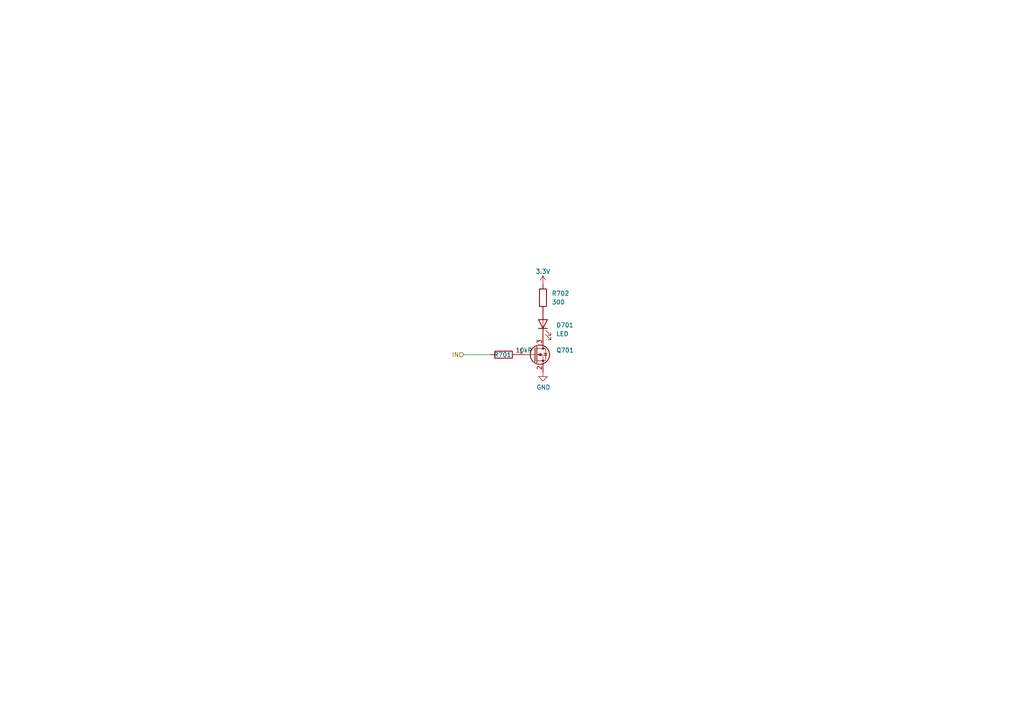
<source format=kicad_sch>
(kicad_sch (version 20250114) (generator "eeschema") (generator_version "9.0")
  (paper "A4")
  (lib_symbols
    (symbol "Device:LED" (pin_numbers (hide yes)) (pin_names (offset 1.016) (hide yes))
      (property "Reference" "D" (at 0 2.54 0))
      (property "Value" "LED" (at 0 -2.54 0))
      (symbol "LED_0_1"
        (polyline (pts (xy -3.048 -0.762) (xy -4.572 -2.286) (xy -3.81 -2.286) (xy -4.572 -2.286) (xy -4.572 -1.524)))
        (polyline (pts (xy -1.778 -0.762) (xy -3.302 -2.286) (xy -2.54 -2.286) (xy -3.302 -2.286) (xy -3.302 -1.524)))
        (polyline (pts (xy -1.27 0) (xy 1.27 0)))
        (polyline (pts (xy -1.27 -1.27) (xy -1.27 1.27)) (stroke (width 0.254)))
        (polyline (pts (xy 1.27 -1.27) (xy 1.27 1.27) (xy -1.27 0) (xy 1.27 -1.27)) (stroke (width 0.254)))
      )
      (symbol "LED_1_1"
        (pin passive line (at -3.81 0 0) (length 2.54) (name "K") (number "1"))
        (pin passive line (at 3.81 0 180) (length 2.54) (name "A") (number "2"))
      )
    )
    (symbol "Device:Q_NMOS_Depletion_GSD" (pin_names (offset 0) (hide yes))
      (property "Reference" "Q" (at 5.08 1.905 0))
      (property "Value" "Q_NMOS_Depletion_GSD" (at 5.08 0 0))
      (symbol "Q_NMOS_Depletion_GSD_0_1"
        (polyline (pts (xy 0.254 1.905) (xy 0.254 -1.905)) (stroke (width 0.254)))
        (polyline (pts (xy 0.254 0) (xy -2.54 0)))
        (polyline (pts (xy 0.762 2.286) (xy 0.762 -2.286)) (stroke (width 0.254)))
        (polyline (pts (xy 0.762 -1.778) (xy 3.302 -1.778) (xy 3.302 1.778) (xy 0.762 1.778)))
        (polyline (pts (xy 1.016 0) (xy 2.032 0.381) (xy 2.032 -0.381) (xy 1.016 0)) (fill (type outline)))
        (circle (center 1.651 0) (radius 2.794) (stroke (width 0.254)))
        (polyline (pts (xy 2.54 2.54) (xy 2.54 1.778)))
        (circle (center 2.54 1.778) (radius 0.254) (fill (type outline)))
        (circle (center 2.54 -1.778) (radius 0.254) (fill (type outline)))
        (polyline (pts (xy 2.54 -2.54) (xy 2.54 0) (xy 0.762 0)))
        (polyline (pts (xy 2.794 0.508) (xy 2.921 0.381) (xy 3.683 0.381) (xy 3.81 0.254)))
        (polyline (pts (xy 3.302 0.381) (xy 2.921 -0.254) (xy 3.683 -0.254) (xy 3.302 0.381)))
      )
      (symbol "Q_NMOS_Depletion_GSD_1_1"
        (pin input line (at -5.08 0 0) (length 2.54) (name "G") (number "1"))
        (pin passive line (at 2.54 5.08 270) (length 2.54) (name "D") (number "3"))
        (pin passive line (at 2.54 -5.08 90) (length 2.54) (name "S") (number "2"))
      )
    )
    (symbol "Device:R" (pin_numbers (hide yes)) (pin_names (offset 0))
      (property "Reference" "R" (at 2.032 0 90))
      (property "Value" "R" (at 0 0 90))
      (symbol "R_0_1"
        (rectangle (start -1.016 -2.54) (end 1.016 2.54) (stroke (width 0.254)))
      )
      (symbol "R_1_1"
        (pin passive line (at 0 3.81 270) (length 1.27) (name "~") (number "1"))
        (pin passive line (at 0 -3.81 90) (length 1.27) (name "~") (number "2"))
      )
    )
    (symbol "power:+3V3" (power) (pin_names (offset 0))
      (property "Value" "+3V3" (at 0 3.556 0))
      (symbol "+3V3_0_1"
        (polyline (pts (xy -0.762 1.27) (xy 0 2.54)))
        (polyline (pts (xy 0 2.54) (xy 0.762 1.27)))
        (polyline (pts (xy 0 0) (xy 0 2.54)))
      )
      (symbol "+3V3_1_1"
        (pin power_in line (at 0 0 90) (length 0) (hide yes) (name "+3V3") (number "1"))
      )
    )
    (symbol "power:GND" (power) (pin_numbers (hide yes)) (pin_names (offset 0) (hide yes))
      (property "Value" "GND" (at 0 -3.81 0))
      (symbol "GND_0_1"
        (polyline (pts (xy 0 0) (xy 0 -1.27) (xy 1.27 -1.27) (xy 0 -2.54) (xy -1.27 -1.27) (xy 0 -1.27)))
      )
      (symbol "GND_1_1"
        (pin power_in line (at 0 0 270) (length 0) (name "~") (number "1"))
      )
    )
  )
  (wire (pts (xy 134.62 102.87) (xy 142.24 102.87)))
  (hierarchical_label "IN" (shape input) (at 134.62 102.87 180))
  (symbol (lib_id "Device:R") (at 146.05 102.87 90) (unit 1)
    (property "Reference" "R601" (at 148.336 102.87 90) (effects (justify left)))
    (property "Value" "10kR" (at 154.432 101.6 90) (effects (justify left)))
    (property "Footprint" "Resistor_SMD:R_0603_1608Metric" (effects (hide yes)))
    (property "Description" "Resistor" (effects (hide yes)))
    (property "LCSC" "C22787" (effects (hide yes)))
    (instances (project "awg1" (path "" (reference "R701") (unit 1)) (path "" (reference "R601") (unit 1)) (path "" (reference "R1301") (unit 1)) (path "" (reference "R901") (unit 1)) (path "" (reference "R1101") (unit 1)) (path "" (reference "R801") (unit 1)) (path "" (reference "R1001") (unit 1)) (path "" (reference "R1201") (unit 1))))
  )
  (symbol (lib_id "power:GND") (at 157.48 107.95 0) (unit 1)
    (property "Reference" "#PWR0602" (effects (hide yes)))
    (property "Value" "GND" (at 157.607 112.3442 0))
    (instances (project "awg1" (path "" (reference "#PWR0702") (unit 1)) (path "" (reference "#PWR0602") (unit 1)) (path "" (reference "#PWR01302") (unit 1)) (path "" (reference "#PWR0902") (unit 1)) (path "" (reference "#PWR01102") (unit 1)) (path "" (reference "#PWR0802") (unit 1)) (path "" (reference "#PWR01002") (unit 1)) (path "" (reference "#PWR01202") (unit 1))))
  )
  (symbol (lib_id "Device:R") (at 157.48 86.36 0) (unit 1)
    (property "Reference" "R602" (at 160.02 85.09 0) (effects (justify left)))
    (property "Value" "300" (at 160.02 87.63 0) (effects (justify left)))
    (property "Footprint" "Resistor_SMD:R_0603_1608Metric_Pad0.98x0.95mm_HandSolder" (effects (hide yes)))
    (instances (project "awg1" (path "" (reference "R702") (unit 1)) (path "" (reference "R602") (unit 1)) (path "" (reference "R1302") (unit 1)) (path "" (reference "R902") (unit 1)) (path "" (reference "R1102") (unit 1)) (path "" (reference "R802") (unit 1)) (path "" (reference "R1002") (unit 1)) (path "" (reference "R1202") (unit 1))))
  )
  (symbol (lib_id "power:+3V3") (at 157.48 82.55 0) (mirror y) (unit 1)
    (property "Reference" "#PWR0601" (effects (hide yes)))
    (property "Value" "3.3V" (at 157.48 78.74 0))
    (instances (project "awg1" (path "" (reference "#PWR0701") (unit 1)) (path "" (reference "#PWR0601") (unit 1)) (path "" (reference "#PWR01301") (unit 1)) (path "" (reference "#PWR0901") (unit 1)) (path "" (reference "#PWR01101") (unit 1)) (path "" (reference "#PWR0801") (unit 1)) (path "" (reference "#PWR01001") (unit 1)) (path "" (reference "#PWR01201") (unit 1))))
  )
  (symbol (lib_id "Device:LED") (at 157.48 93.98 90) (unit 1)
    (property "Reference" "D601" (at 161.29 94.2975 90) (effects (justify right)))
    (property "Value" "LED" (at 161.29 96.8375 90) (effects (justify right)))
    (property "Footprint" "Diode_SMD:D_0603_1608Metric" (effects (hide yes)))
    (instances (project "awg1" (path "" (reference "D701") (unit 1)) (path "" (reference "D601") (unit 1)) (path "" (reference "D1301") (unit 1)) (path "" (reference "D901") (unit 1)) (path "" (reference "D1101") (unit 1)) (path "" (reference "D801") (unit 1)) (path "" (reference "D1001") (unit 1)) (path "" (reference "D1201") (unit 1))))
  )
  (symbol (lib_id "Device:Q_NMOS_Depletion_GSD") (at 154.94 102.87 0) (unit 1)
    (property "Reference" "Q601" (at 161.29 101.6 0) (effects (justify left)))
    (property "Value" "Q_NMOS_Depletion_GSD" (effects (hide yes)))
    (property "Footprint" "Package_TO_SOT_SMD:SOT-23" (effects (hide yes)))
    (property "LCSC" "C20917" (effects (hide yes)))
    (instances (project "awg1" (path "" (reference "Q701") (unit 1)) (path "" (reference "Q601") (unit 1)) (path "" (reference "Q1301") (unit 1)) (path "" (reference "Q901") (unit 1)) (path "" (reference "Q1101") (unit 1)) (path "" (reference "Q801") (unit 1)) (path "" (reference "Q1001") (unit 1)) (path "" (reference "Q1201") (unit 1))))
  )
)
</source>
